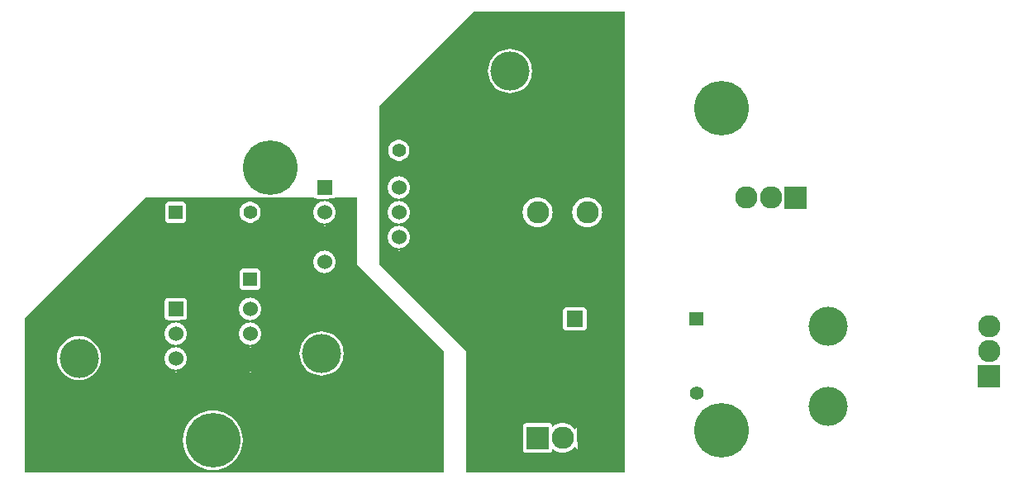
<source format=gbl>
G04 start of page 3 for group 1 idx 1 *
G04 Title: (unknown), ground *
G04 Creator: pcb 20110918 *
G04 CreationDate: Sat 16 Nov 2013 09:53:12 PM GMT UTC *
G04 For: tyrian *
G04 Format: Gerber/RS-274X *
G04 PCB-Dimensions: 800000 800000 *
G04 PCB-Coordinate-Origin: lower left *
%MOIN*%
%FSLAX25Y25*%
%LNBOTTOM*%
%ADD87C,0.0280*%
%ADD86C,0.0787*%
%ADD85C,0.0300*%
%ADD84C,0.0430*%
%ADD83C,0.1200*%
%ADD82C,0.2200*%
%ADD81C,0.0600*%
%ADD80C,0.1575*%
%ADD79C,0.0550*%
%ADD78C,0.0650*%
%ADD77C,0.0200*%
%ADD76C,0.0900*%
%ADD75C,0.0001*%
G54D75*G36*
X344325Y558675D02*X361000Y542000D01*
Y493000D01*
X344325D01*
Y532100D01*
X344339Y532099D01*
X345731Y532208D01*
X347090Y532534D01*
X348380Y533069D01*
X349571Y533799D01*
X350633Y534706D01*
X351540Y535768D01*
X352270Y536959D01*
X352805Y538249D01*
X353131Y539608D01*
X353213Y541000D01*
X353131Y542392D01*
X352805Y543751D01*
X352270Y545041D01*
X351540Y546232D01*
X350633Y547294D01*
X349571Y548201D01*
X348380Y548931D01*
X347090Y549466D01*
X345731Y549792D01*
X344339Y549901D01*
X344325Y549900D01*
Y558675D01*
G37*
G36*
X326000Y604000D02*Y577000D01*
X344325Y558675D01*
Y549900D01*
X342947Y549792D01*
X341588Y549466D01*
X340298Y548931D01*
X339107Y548201D01*
X338045Y547294D01*
X337138Y546232D01*
X336408Y545041D01*
X335873Y543751D01*
X335547Y542392D01*
X335438Y541000D01*
X335547Y539608D01*
X335873Y538249D01*
X336408Y536959D01*
X337138Y535768D01*
X338045Y534706D01*
X339107Y533799D01*
X340298Y533069D01*
X341588Y532534D01*
X342947Y532208D01*
X344325Y532100D01*
Y493000D01*
X312993D01*
Y532188D01*
X313250Y532208D01*
X314609Y532534D01*
X315899Y533069D01*
X317090Y533799D01*
X318152Y534706D01*
X319059Y535768D01*
X319789Y536959D01*
X320324Y538249D01*
X320650Y539608D01*
X320732Y541000D01*
X320650Y542392D01*
X320324Y543751D01*
X319789Y545041D01*
X319059Y546232D01*
X318152Y547294D01*
X317090Y548201D01*
X315899Y548931D01*
X314609Y549466D01*
X313250Y549792D01*
X312993Y549812D01*
Y573487D01*
X313000Y573486D01*
X313706Y573542D01*
X314395Y573707D01*
X315049Y573978D01*
X315653Y574348D01*
X316192Y574808D01*
X316652Y575347D01*
X317022Y575951D01*
X317293Y576605D01*
X317458Y577294D01*
X317500Y578000D01*
X317458Y578706D01*
X317293Y579395D01*
X317022Y580049D01*
X316652Y580653D01*
X316192Y581192D01*
X315653Y581652D01*
X315049Y582022D01*
X314395Y582293D01*
X313706Y582458D01*
X313000Y582514D01*
X312993Y582513D01*
Y583487D01*
X313000Y583486D01*
X313706Y583542D01*
X314395Y583707D01*
X315049Y583978D01*
X315653Y584348D01*
X316192Y584808D01*
X316652Y585347D01*
X317022Y585951D01*
X317293Y586605D01*
X317458Y587294D01*
X317500Y588000D01*
X317458Y588706D01*
X317293Y589395D01*
X317022Y590049D01*
X316652Y590653D01*
X316192Y591192D01*
X315653Y591652D01*
X315049Y592022D01*
X314395Y592293D01*
X313706Y592458D01*
X313000Y592514D01*
X312993Y592513D01*
Y593487D01*
X313000Y593486D01*
X313706Y593542D01*
X314395Y593707D01*
X315049Y593978D01*
X315653Y594348D01*
X316192Y594808D01*
X316652Y595347D01*
X317022Y595951D01*
X317293Y596605D01*
X317458Y597294D01*
X317500Y598000D01*
X317458Y598706D01*
X317293Y599395D01*
X317022Y600049D01*
X316652Y600653D01*
X316192Y601192D01*
X315653Y601652D01*
X315049Y602022D01*
X314395Y602293D01*
X313706Y602458D01*
X313000Y602514D01*
X312993Y602513D01*
Y603507D01*
X316235Y603514D01*
X316465Y603569D01*
X316683Y603659D01*
X316884Y603783D01*
X317064Y603936D01*
X317119Y604000D01*
X326000D01*
G37*
G36*
X312993Y493000D02*X283000D01*
Y524486D01*
X283706Y524542D01*
X284395Y524707D01*
X285049Y524978D01*
X285653Y525348D01*
X286192Y525808D01*
X286652Y526347D01*
X287022Y526951D01*
X287293Y527605D01*
X287458Y528294D01*
X287500Y529000D01*
X287458Y529706D01*
X287293Y530395D01*
X287022Y531049D01*
X286652Y531653D01*
X286192Y532192D01*
X285653Y532652D01*
X285049Y533022D01*
X284395Y533293D01*
X283706Y533458D01*
X283000Y533514D01*
Y534486D01*
X283706Y534542D01*
X284395Y534707D01*
X285049Y534978D01*
X285653Y535348D01*
X286192Y535808D01*
X286652Y536347D01*
X287022Y536951D01*
X287293Y537605D01*
X287458Y538294D01*
X287500Y539000D01*
X287458Y539706D01*
X287293Y540395D01*
X287022Y541049D01*
X286652Y541653D01*
X286192Y542192D01*
X285653Y542652D01*
X285049Y543022D01*
X284395Y543293D01*
X283706Y543458D01*
X283000Y543514D01*
Y544486D01*
X283706Y544542D01*
X284395Y544707D01*
X285049Y544978D01*
X285653Y545348D01*
X286192Y545808D01*
X286652Y546347D01*
X287022Y546951D01*
X287293Y547605D01*
X287458Y548294D01*
X287500Y549000D01*
X287458Y549706D01*
X287293Y550395D01*
X287022Y551049D01*
X286652Y551653D01*
X286192Y552192D01*
X285653Y552652D01*
X285049Y553022D01*
X284395Y553293D01*
X283706Y553458D01*
X283000Y553514D01*
Y554486D01*
X283706Y554542D01*
X284395Y554707D01*
X285049Y554978D01*
X285653Y555348D01*
X286192Y555808D01*
X286652Y556347D01*
X287022Y556951D01*
X287293Y557605D01*
X287458Y558294D01*
X287500Y559000D01*
X287458Y559706D01*
X287293Y560395D01*
X287022Y561049D01*
X286652Y561653D01*
X286192Y562192D01*
X285653Y562652D01*
X285049Y563022D01*
X284395Y563293D01*
X283706Y563458D01*
X283000Y563514D01*
Y566757D01*
X285985Y566764D01*
X286215Y566819D01*
X286433Y566909D01*
X286634Y567033D01*
X286814Y567186D01*
X286967Y567366D01*
X287091Y567567D01*
X287181Y567785D01*
X287236Y568015D01*
X287250Y568250D01*
X287236Y573985D01*
X287181Y574215D01*
X287091Y574433D01*
X286967Y574634D01*
X286814Y574814D01*
X286634Y574967D01*
X286433Y575091D01*
X286215Y575181D01*
X285985Y575236D01*
X285750Y575250D01*
X283000Y575243D01*
Y593737D01*
X283667Y593789D01*
X284317Y593946D01*
X284935Y594202D01*
X285506Y594551D01*
X286014Y594986D01*
X286449Y595494D01*
X286798Y596065D01*
X287054Y596683D01*
X287211Y597333D01*
X287250Y598000D01*
X287211Y598667D01*
X287054Y599317D01*
X286798Y599935D01*
X286449Y600506D01*
X286014Y601014D01*
X285506Y601449D01*
X284935Y601798D01*
X284317Y602054D01*
X283667Y602211D01*
X283000Y602263D01*
Y604000D01*
X290530D01*
X291000Y603963D01*
X291470Y604000D01*
X308881D01*
X308936Y603936D01*
X309116Y603783D01*
X309317Y603659D01*
X309535Y603569D01*
X309765Y603514D01*
X310000Y603500D01*
X312993Y603507D01*
Y602513D01*
X312294Y602458D01*
X311605Y602293D01*
X310951Y602022D01*
X310347Y601652D01*
X309808Y601192D01*
X309348Y600653D01*
X308978Y600049D01*
X308707Y599395D01*
X308542Y598706D01*
X308486Y598000D01*
X308542Y597294D01*
X308707Y596605D01*
X308978Y595951D01*
X309348Y595347D01*
X309808Y594808D01*
X310347Y594348D01*
X310951Y593978D01*
X311605Y593707D01*
X312294Y593542D01*
X312993Y593487D01*
Y592513D01*
X312294Y592458D01*
X311605Y592293D01*
X310951Y592022D01*
X310347Y591652D01*
X309808Y591192D01*
X309348Y590653D01*
X308978Y590049D01*
X308707Y589395D01*
X308542Y588706D01*
X308486Y588000D01*
X308542Y587294D01*
X308707Y586605D01*
X308978Y585951D01*
X309348Y585347D01*
X309808Y584808D01*
X310347Y584348D01*
X310951Y583978D01*
X311605Y583707D01*
X312294Y583542D01*
X312993Y583487D01*
Y582513D01*
X312294Y582458D01*
X311605Y582293D01*
X310951Y582022D01*
X310347Y581652D01*
X309808Y581192D01*
X309348Y580653D01*
X308978Y580049D01*
X308707Y579395D01*
X308542Y578706D01*
X308486Y578000D01*
X308542Y577294D01*
X308707Y576605D01*
X308978Y575951D01*
X309348Y575347D01*
X309808Y574808D01*
X310347Y574348D01*
X310951Y573978D01*
X311605Y573707D01*
X312294Y573542D01*
X312993Y573487D01*
Y549812D01*
X311858Y549901D01*
X310466Y549792D01*
X309107Y549466D01*
X307817Y548931D01*
X306626Y548201D01*
X305564Y547294D01*
X304657Y546232D01*
X303927Y545041D01*
X303392Y543751D01*
X303066Y542392D01*
X302957Y541000D01*
X303066Y539608D01*
X303392Y538249D01*
X303927Y536959D01*
X304657Y535768D01*
X305564Y534706D01*
X306626Y533799D01*
X307817Y533069D01*
X309107Y532534D01*
X310466Y532208D01*
X311858Y532099D01*
X312993Y532188D01*
Y493000D01*
G37*
G36*
X283000D02*X272993D01*
Y495080D01*
X273465Y495275D01*
X275075Y496262D01*
X276511Y497489D01*
X277738Y498925D01*
X278725Y500535D01*
X279448Y502280D01*
X279889Y504117D01*
X280000Y506000D01*
X279889Y507883D01*
X279448Y509720D01*
X278725Y511465D01*
X277738Y513075D01*
X276511Y514511D01*
X275075Y515738D01*
X273465Y516725D01*
X272993Y516920D01*
Y566737D01*
X273000Y566737D01*
X273667Y566789D01*
X274317Y566946D01*
X274935Y567202D01*
X275506Y567551D01*
X276014Y567986D01*
X276449Y568494D01*
X276798Y569065D01*
X277054Y569683D01*
X277211Y570333D01*
X277250Y571000D01*
X277211Y571667D01*
X277054Y572317D01*
X276798Y572935D01*
X276449Y573506D01*
X276014Y574014D01*
X275506Y574449D01*
X274935Y574798D01*
X274317Y575054D01*
X273667Y575211D01*
X273000Y575263D01*
X272993Y575263D01*
Y604000D01*
X283000D01*
Y602263D01*
X282333Y602211D01*
X281683Y602054D01*
X281065Y601798D01*
X280494Y601449D01*
X279986Y601014D01*
X279551Y600506D01*
X279202Y599935D01*
X278946Y599317D01*
X278789Y598667D01*
X278737Y598000D01*
X278789Y597333D01*
X278946Y596683D01*
X279202Y596065D01*
X279551Y595494D01*
X279986Y594986D01*
X280494Y594551D01*
X281065Y594202D01*
X281683Y593946D01*
X282333Y593789D01*
X283000Y593737D01*
Y575243D01*
X280015Y575236D01*
X279785Y575181D01*
X279567Y575091D01*
X279366Y574967D01*
X279186Y574814D01*
X279033Y574634D01*
X278909Y574433D01*
X278819Y574215D01*
X278764Y573985D01*
X278750Y573750D01*
X278764Y568015D01*
X278819Y567785D01*
X278909Y567567D01*
X279033Y567366D01*
X279186Y567186D01*
X279366Y567033D01*
X279567Y566909D01*
X279785Y566819D01*
X280015Y566764D01*
X280250Y566750D01*
X283000Y566757D01*
Y563514D01*
X282294Y563458D01*
X281605Y563293D01*
X280951Y563022D01*
X280347Y562652D01*
X279808Y562192D01*
X279348Y561653D01*
X278978Y561049D01*
X278707Y560395D01*
X278542Y559706D01*
X278486Y559000D01*
X278542Y558294D01*
X278707Y557605D01*
X278978Y556951D01*
X279348Y556347D01*
X279808Y555808D01*
X280347Y555348D01*
X280951Y554978D01*
X281605Y554707D01*
X282294Y554542D01*
X283000Y554486D01*
Y553514D01*
X282294Y553458D01*
X281605Y553293D01*
X280951Y553022D01*
X280347Y552652D01*
X279808Y552192D01*
X279348Y551653D01*
X278978Y551049D01*
X278707Y550395D01*
X278542Y549706D01*
X278486Y549000D01*
X278542Y548294D01*
X278707Y547605D01*
X278978Y546951D01*
X279348Y546347D01*
X279808Y545808D01*
X280347Y545348D01*
X280951Y544978D01*
X281605Y544707D01*
X282294Y544542D01*
X283000Y544486D01*
Y543514D01*
X282294Y543458D01*
X281605Y543293D01*
X280951Y543022D01*
X280347Y542652D01*
X279808Y542192D01*
X279348Y541653D01*
X278978Y541049D01*
X278707Y540395D01*
X278542Y539706D01*
X278486Y539000D01*
X278542Y538294D01*
X278707Y537605D01*
X278978Y536951D01*
X279348Y536347D01*
X279808Y535808D01*
X280347Y535348D01*
X280951Y534978D01*
X281605Y534707D01*
X282294Y534542D01*
X283000Y534486D01*
Y533514D01*
X282294Y533458D01*
X281605Y533293D01*
X280951Y533022D01*
X280347Y532652D01*
X279808Y532192D01*
X279348Y531653D01*
X278978Y531049D01*
X278707Y530395D01*
X278542Y529706D01*
X278486Y529000D01*
X278542Y528294D01*
X278707Y527605D01*
X278978Y526951D01*
X279348Y526347D01*
X279808Y525808D01*
X280347Y525348D01*
X280951Y524978D01*
X281605Y524707D01*
X282294Y524542D01*
X283000Y524486D01*
Y493000D01*
G37*
G36*
X272993Y516920D02*X271720Y517448D01*
X269883Y517889D01*
X268000Y518037D01*
X267981Y518036D01*
Y604000D01*
X272993D01*
Y575263D01*
X272333Y575211D01*
X271683Y575054D01*
X271065Y574798D01*
X270494Y574449D01*
X269986Y574014D01*
X269551Y573506D01*
X269202Y572935D01*
X268946Y572317D01*
X268789Y571667D01*
X268737Y571000D01*
X268789Y570333D01*
X268946Y569683D01*
X269202Y569065D01*
X269551Y568494D01*
X269986Y567986D01*
X270494Y567551D01*
X271065Y567202D01*
X271683Y566946D01*
X272333Y566789D01*
X272993Y566737D01*
Y516920D01*
G37*
G36*
Y493000D02*X267981D01*
Y493964D01*
X268000Y493963D01*
X269883Y494111D01*
X271720Y494552D01*
X272993Y495080D01*
Y493000D01*
G37*
G36*
X267981D02*X253000D01*
Y524486D01*
X253706Y524542D01*
X254395Y524707D01*
X255049Y524978D01*
X255653Y525348D01*
X256192Y525808D01*
X256652Y526347D01*
X257022Y526951D01*
X257293Y527605D01*
X257458Y528294D01*
X257500Y529000D01*
X257458Y529706D01*
X257293Y530395D01*
X257022Y531049D01*
X256652Y531653D01*
X256192Y532192D01*
X255653Y532652D01*
X255049Y533022D01*
X254395Y533293D01*
X253706Y533458D01*
X253000Y533514D01*
Y534486D01*
X253706Y534542D01*
X254395Y534707D01*
X255049Y534978D01*
X255653Y535348D01*
X256192Y535808D01*
X256652Y536347D01*
X257022Y536951D01*
X257293Y537605D01*
X257458Y538294D01*
X257500Y539000D01*
X257458Y539706D01*
X257293Y540395D01*
X257022Y541049D01*
X256652Y541653D01*
X256192Y542192D01*
X255653Y542652D01*
X255049Y543022D01*
X254395Y543293D01*
X253706Y543458D01*
X253000Y543514D01*
Y544486D01*
X253706Y544542D01*
X254395Y544707D01*
X255049Y544978D01*
X255653Y545348D01*
X256192Y545808D01*
X256652Y546347D01*
X257022Y546951D01*
X257293Y547605D01*
X257458Y548294D01*
X257500Y549000D01*
X257458Y549706D01*
X257293Y550395D01*
X257022Y551049D01*
X256652Y551653D01*
X256192Y552192D01*
X255653Y552652D01*
X255049Y553022D01*
X254395Y553293D01*
X253706Y553458D01*
X253000Y553514D01*
Y554507D01*
X256235Y554514D01*
X256465Y554569D01*
X256683Y554659D01*
X256884Y554783D01*
X257064Y554936D01*
X257217Y555116D01*
X257341Y555317D01*
X257431Y555535D01*
X257486Y555765D01*
X257500Y556000D01*
X257486Y562235D01*
X257431Y562465D01*
X257341Y562683D01*
X257217Y562884D01*
X257064Y563064D01*
X256884Y563217D01*
X256683Y563341D01*
X256465Y563431D01*
X256235Y563486D01*
X256000Y563500D01*
X253000Y563493D01*
Y593757D01*
X255985Y593764D01*
X256215Y593819D01*
X256433Y593909D01*
X256634Y594033D01*
X256814Y594186D01*
X256967Y594366D01*
X257091Y594567D01*
X257181Y594785D01*
X257236Y595015D01*
X257250Y595250D01*
X257236Y600985D01*
X257181Y601215D01*
X257091Y601433D01*
X256967Y601634D01*
X256814Y601814D01*
X256634Y601967D01*
X256433Y602091D01*
X256215Y602181D01*
X255985Y602236D01*
X255750Y602250D01*
X253000Y602243D01*
Y604000D01*
X267981D01*
Y518036D01*
X266117Y517889D01*
X264280Y517448D01*
X262535Y516725D01*
X260925Y515738D01*
X259489Y514511D01*
X258262Y513075D01*
X257275Y511465D01*
X256552Y509720D01*
X256111Y507883D01*
X255963Y506000D01*
X256111Y504117D01*
X256552Y502280D01*
X257275Y500535D01*
X258262Y498925D01*
X259489Y497489D01*
X260925Y496262D01*
X262535Y495275D01*
X264280Y494552D01*
X266117Y494111D01*
X267981Y493964D01*
Y493000D01*
G37*
G36*
X253000D02*X213986D01*
Y497761D01*
X214000Y497760D01*
X215392Y497869D01*
X216751Y498195D01*
X218041Y498730D01*
X219232Y499460D01*
X220294Y500367D01*
X221201Y501429D01*
X221931Y502620D01*
X222466Y503910D01*
X222792Y505269D01*
X222874Y506661D01*
X222792Y508053D01*
X222466Y509412D01*
X221931Y510702D01*
X221201Y511893D01*
X220294Y512955D01*
X219232Y513862D01*
X218041Y514592D01*
X216751Y515127D01*
X215392Y515453D01*
X214000Y515562D01*
X213986Y515561D01*
Y530242D01*
X214000Y530241D01*
X215392Y530350D01*
X216751Y530676D01*
X218041Y531211D01*
X219232Y531941D01*
X220294Y532848D01*
X221201Y533910D01*
X221931Y535101D01*
X222466Y536391D01*
X222792Y537750D01*
X222874Y539142D01*
X222792Y540534D01*
X222466Y541893D01*
X221931Y543183D01*
X221201Y544374D01*
X220294Y545436D01*
X219232Y546343D01*
X218041Y547073D01*
X216751Y547608D01*
X215392Y547934D01*
X214000Y548043D01*
X213986Y548042D01*
Y576986D01*
X241000Y604000D01*
X253000D01*
Y602243D01*
X250015Y602236D01*
X249785Y602181D01*
X249567Y602091D01*
X249366Y601967D01*
X249186Y601814D01*
X249033Y601634D01*
X248909Y601433D01*
X248819Y601215D01*
X248764Y600985D01*
X248750Y600750D01*
X248764Y595015D01*
X248819Y594785D01*
X248909Y594567D01*
X249033Y594366D01*
X249186Y594186D01*
X249366Y594033D01*
X249567Y593909D01*
X249785Y593819D01*
X250015Y593764D01*
X250250Y593750D01*
X253000Y593757D01*
Y563493D01*
X249765Y563486D01*
X249535Y563431D01*
X249317Y563341D01*
X249116Y563217D01*
X248936Y563064D01*
X248783Y562884D01*
X248659Y562683D01*
X248569Y562465D01*
X248514Y562235D01*
X248500Y562000D01*
X248514Y555765D01*
X248569Y555535D01*
X248659Y555317D01*
X248783Y555116D01*
X248936Y554936D01*
X249116Y554783D01*
X249317Y554659D01*
X249535Y554569D01*
X249765Y554514D01*
X250000Y554500D01*
X253000Y554507D01*
Y553514D01*
X252294Y553458D01*
X251605Y553293D01*
X250951Y553022D01*
X250347Y552652D01*
X249808Y552192D01*
X249348Y551653D01*
X248978Y551049D01*
X248707Y550395D01*
X248542Y549706D01*
X248486Y549000D01*
X248542Y548294D01*
X248707Y547605D01*
X248978Y546951D01*
X249348Y546347D01*
X249808Y545808D01*
X250347Y545348D01*
X250951Y544978D01*
X251605Y544707D01*
X252294Y544542D01*
X253000Y544486D01*
Y543514D01*
X252294Y543458D01*
X251605Y543293D01*
X250951Y543022D01*
X250347Y542652D01*
X249808Y542192D01*
X249348Y541653D01*
X248978Y541049D01*
X248707Y540395D01*
X248542Y539706D01*
X248486Y539000D01*
X248542Y538294D01*
X248707Y537605D01*
X248978Y536951D01*
X249348Y536347D01*
X249808Y535808D01*
X250347Y535348D01*
X250951Y534978D01*
X251605Y534707D01*
X252294Y534542D01*
X253000Y534486D01*
Y533514D01*
X252294Y533458D01*
X251605Y533293D01*
X250951Y533022D01*
X250347Y532652D01*
X249808Y532192D01*
X249348Y531653D01*
X248978Y531049D01*
X248707Y530395D01*
X248542Y529706D01*
X248486Y529000D01*
X248542Y528294D01*
X248707Y527605D01*
X248978Y526951D01*
X249348Y526347D01*
X249808Y525808D01*
X250347Y525348D01*
X250951Y524978D01*
X251605Y524707D01*
X252294Y524542D01*
X253000Y524486D01*
Y493000D01*
G37*
G36*
X213986D02*X192000D01*
Y555000D01*
X213986Y576986D01*
Y548042D01*
X212608Y547934D01*
X211249Y547608D01*
X209959Y547073D01*
X208768Y546343D01*
X207706Y545436D01*
X206799Y544374D01*
X206069Y543183D01*
X205534Y541893D01*
X205208Y540534D01*
X205099Y539142D01*
X205208Y537750D01*
X205534Y536391D01*
X206069Y535101D01*
X206799Y533910D01*
X207706Y532848D01*
X208768Y531941D01*
X209959Y531211D01*
X211249Y530676D01*
X212608Y530350D01*
X213986Y530242D01*
Y515561D01*
X212608Y515453D01*
X211249Y515127D01*
X209959Y514592D01*
X208768Y513862D01*
X207706Y512955D01*
X206799Y511893D01*
X206069Y510702D01*
X205534Y509412D01*
X205208Y508053D01*
X205099Y506661D01*
X205208Y505269D01*
X205534Y503910D01*
X206069Y502620D01*
X206799Y501429D01*
X207706Y500367D01*
X208768Y499460D01*
X209959Y498730D01*
X211249Y498195D01*
X212608Y497869D01*
X213986Y497761D01*
Y493000D01*
G37*
G36*
X434000Y679000D02*Y493000D01*
X414000D01*
Y503676D01*
X414131Y503462D01*
X414744Y502744D01*
X415462Y502131D01*
X416268Y501637D01*
X417140Y501276D01*
X418058Y501056D01*
X419000Y500981D01*
X419942Y501056D01*
X420860Y501276D01*
X421732Y501637D01*
X422538Y502131D01*
X423256Y502744D01*
X423869Y503462D01*
X424363Y504268D01*
X424724Y505140D01*
X424944Y506058D01*
X425000Y507000D01*
X424944Y507942D01*
X424724Y508860D01*
X424363Y509732D01*
X423869Y510538D01*
X423256Y511256D01*
X422538Y511869D01*
X421732Y512363D01*
X420860Y512724D01*
X419942Y512944D01*
X419000Y513019D01*
X418058Y512944D01*
X417140Y512724D01*
X416268Y512363D01*
X415462Y511869D01*
X414744Y511256D01*
X414131Y510538D01*
X414000Y510324D01*
Y550257D01*
X417485Y550264D01*
X417715Y550319D01*
X417933Y550409D01*
X418134Y550533D01*
X418314Y550686D01*
X418467Y550866D01*
X418591Y551067D01*
X418681Y551285D01*
X418736Y551515D01*
X418750Y551750D01*
X418736Y558485D01*
X418681Y558715D01*
X418591Y558933D01*
X418467Y559134D01*
X418314Y559314D01*
X418134Y559467D01*
X417933Y559591D01*
X417715Y559681D01*
X417485Y559736D01*
X417250Y559750D01*
X414000Y559743D01*
Y594676D01*
X414131Y594462D01*
X414744Y593744D01*
X415462Y593131D01*
X416268Y592637D01*
X417140Y592276D01*
X418058Y592056D01*
X419000Y591981D01*
X419942Y592056D01*
X420860Y592276D01*
X421732Y592637D01*
X422538Y593131D01*
X423256Y593744D01*
X423869Y594462D01*
X424363Y595268D01*
X424724Y596140D01*
X424944Y597058D01*
X425000Y598000D01*
X424944Y598942D01*
X424724Y599860D01*
X424363Y600732D01*
X423869Y601538D01*
X423256Y602256D01*
X422538Y602869D01*
X421732Y603363D01*
X420860Y603724D01*
X419942Y603944D01*
X419000Y604019D01*
X418058Y603944D01*
X417140Y603724D01*
X416268Y603363D01*
X415462Y602869D01*
X414744Y602256D01*
X414131Y601538D01*
X414000Y601324D01*
Y648758D01*
X414045Y648706D01*
X415107Y647799D01*
X416298Y647069D01*
X417588Y646534D01*
X418947Y646208D01*
X420339Y646099D01*
X421731Y646208D01*
X423090Y646534D01*
X424380Y647069D01*
X425571Y647799D01*
X426633Y648706D01*
X427540Y649768D01*
X428270Y650959D01*
X428805Y652249D01*
X429131Y653608D01*
X429213Y655000D01*
X429131Y656392D01*
X428805Y657751D01*
X428270Y659041D01*
X427540Y660232D01*
X426633Y661294D01*
X425571Y662201D01*
X424380Y662931D01*
X423090Y663466D01*
X421731Y663792D01*
X420339Y663901D01*
X418947Y663792D01*
X417588Y663466D01*
X416298Y662931D01*
X415107Y662201D01*
X414045Y661294D01*
X414000Y661242D01*
Y679000D01*
X434000D01*
G37*
G36*
X403993D02*X414000D01*
Y661242D01*
X413138Y660232D01*
X412408Y659041D01*
X411873Y657751D01*
X411547Y656392D01*
X411438Y655000D01*
X411547Y653608D01*
X411873Y652249D01*
X412408Y650959D01*
X413138Y649768D01*
X414000Y648758D01*
Y601324D01*
X413637Y600732D01*
X413276Y599860D01*
X413056Y598942D01*
X412981Y598000D01*
X413056Y597058D01*
X413276Y596140D01*
X413637Y595268D01*
X414000Y594676D01*
Y559743D01*
X410515Y559736D01*
X410285Y559681D01*
X410067Y559591D01*
X409866Y559467D01*
X409686Y559314D01*
X409533Y559134D01*
X409409Y558933D01*
X409319Y558715D01*
X409264Y558485D01*
X409250Y558250D01*
X409264Y551515D01*
X409319Y551285D01*
X409409Y551067D01*
X409533Y550866D01*
X409686Y550686D01*
X409866Y550533D01*
X410067Y550409D01*
X410285Y550319D01*
X410515Y550264D01*
X410750Y550250D01*
X414000Y550257D01*
Y510324D01*
X413869Y510538D01*
X413256Y511256D01*
X412538Y511869D01*
X411732Y512363D01*
X410860Y512724D01*
X409942Y512944D01*
X409000Y513019D01*
X408058Y512944D01*
X407140Y512724D01*
X406268Y512363D01*
X405462Y511869D01*
X404987Y511463D01*
X404986Y511735D01*
X404931Y511965D01*
X404841Y512183D01*
X404717Y512384D01*
X404564Y512564D01*
X404384Y512717D01*
X404183Y512841D01*
X403993Y512920D01*
Y550236D01*
X404000Y550235D01*
X404745Y550294D01*
X405472Y550469D01*
X406163Y550755D01*
X406801Y551145D01*
X407369Y551631D01*
X407855Y552199D01*
X408245Y552837D01*
X408531Y553528D01*
X408706Y554255D01*
X408750Y555000D01*
X408706Y555745D01*
X408531Y556472D01*
X408245Y557163D01*
X407855Y557801D01*
X407369Y558369D01*
X406801Y558855D01*
X406163Y559245D01*
X405472Y559531D01*
X404745Y559706D01*
X404000Y559765D01*
X403993Y559764D01*
Y594664D01*
X404363Y595268D01*
X404724Y596140D01*
X404944Y597058D01*
X405000Y598000D01*
X404944Y598942D01*
X404724Y599860D01*
X404363Y600732D01*
X403993Y601336D01*
Y679000D01*
G37*
G36*
X414000Y493000D02*X403993D01*
Y501080D01*
X404183Y501159D01*
X404384Y501283D01*
X404564Y501436D01*
X404717Y501616D01*
X404841Y501817D01*
X404931Y502035D01*
X404986Y502265D01*
X405000Y502500D01*
X405000Y502526D01*
X405462Y502131D01*
X406268Y501637D01*
X407140Y501276D01*
X408058Y501056D01*
X409000Y500981D01*
X409942Y501056D01*
X410860Y501276D01*
X411732Y501637D01*
X412538Y502131D01*
X413256Y502744D01*
X413869Y503462D01*
X414000Y503676D01*
Y493000D01*
G37*
G36*
X403993D02*X387844D01*
Y646100D01*
X387858Y646099D01*
X389250Y646208D01*
X390609Y646534D01*
X391899Y647069D01*
X393090Y647799D01*
X394152Y648706D01*
X395059Y649768D01*
X395789Y650959D01*
X396324Y652249D01*
X396650Y653608D01*
X396732Y655000D01*
X396650Y656392D01*
X396324Y657751D01*
X395789Y659041D01*
X395059Y660232D01*
X394152Y661294D01*
X393090Y662201D01*
X391899Y662931D01*
X390609Y663466D01*
X389250Y663792D01*
X387858Y663901D01*
X387844Y663900D01*
Y679000D01*
X403993D01*
Y601336D01*
X403869Y601538D01*
X403256Y602256D01*
X402538Y602869D01*
X401732Y603363D01*
X400860Y603724D01*
X399942Y603944D01*
X399000Y604019D01*
X398058Y603944D01*
X397140Y603724D01*
X396268Y603363D01*
X395462Y602869D01*
X394744Y602256D01*
X394131Y601538D01*
X393637Y600732D01*
X393276Y599860D01*
X393056Y598942D01*
X392981Y598000D01*
X393056Y597058D01*
X393276Y596140D01*
X393637Y595268D01*
X394131Y594462D01*
X394744Y593744D01*
X395462Y593131D01*
X396268Y592637D01*
X397140Y592276D01*
X398058Y592056D01*
X399000Y591981D01*
X399942Y592056D01*
X400860Y592276D01*
X401732Y592637D01*
X402538Y593131D01*
X403256Y593744D01*
X403869Y594462D01*
X403993Y594664D01*
Y559764D01*
X403255Y559706D01*
X402528Y559531D01*
X401837Y559245D01*
X401199Y558855D01*
X400631Y558369D01*
X400145Y557801D01*
X399755Y557163D01*
X399469Y556472D01*
X399294Y555745D01*
X399235Y555000D01*
X399294Y554255D01*
X399469Y553528D01*
X399755Y552837D01*
X400145Y552199D01*
X400631Y551631D01*
X401199Y551145D01*
X401837Y550755D01*
X402528Y550469D01*
X403255Y550294D01*
X403993Y550236D01*
Y512920D01*
X403965Y512931D01*
X403735Y512986D01*
X403500Y513000D01*
X394265Y512986D01*
X394035Y512931D01*
X393817Y512841D01*
X393616Y512717D01*
X393436Y512564D01*
X393283Y512384D01*
X393159Y512183D01*
X393069Y511965D01*
X393014Y511735D01*
X393000Y511500D01*
X393014Y502265D01*
X393069Y502035D01*
X393159Y501817D01*
X393283Y501616D01*
X393436Y501436D01*
X393616Y501283D01*
X393817Y501159D01*
X394035Y501069D01*
X394265Y501014D01*
X394500Y501000D01*
X403735Y501014D01*
X403965Y501069D01*
X403993Y501080D01*
Y493000D01*
G37*
G36*
X387844D02*X370000D01*
Y542000D01*
X353000Y559000D01*
Y618757D01*
X355985Y618764D01*
X356215Y618819D01*
X356433Y618909D01*
X356634Y619033D01*
X356814Y619186D01*
X356967Y619366D01*
X357091Y619567D01*
X357181Y619785D01*
X357236Y620015D01*
X357250Y620250D01*
X357236Y625985D01*
X357181Y626215D01*
X357091Y626433D01*
X356967Y626634D01*
X356814Y626814D01*
X356634Y626967D01*
X356433Y627091D01*
X356215Y627181D01*
X355985Y627236D01*
X355750Y627250D01*
X353000Y627243D01*
Y659000D01*
X373000Y679000D01*
X387844D01*
Y663900D01*
X386466Y663792D01*
X385107Y663466D01*
X383817Y662931D01*
X382626Y662201D01*
X381564Y661294D01*
X380657Y660232D01*
X379927Y659041D01*
X379392Y657751D01*
X379066Y656392D01*
X378957Y655000D01*
X379066Y653608D01*
X379392Y652249D01*
X379927Y650959D01*
X380657Y649768D01*
X381564Y648706D01*
X382626Y647799D01*
X383817Y647069D01*
X385107Y646534D01*
X386466Y646208D01*
X387844Y646100D01*
Y493000D01*
G37*
G36*
X353000Y559000D02*X342993Y569007D01*
Y573487D01*
X343000Y573486D01*
X343706Y573542D01*
X344395Y573707D01*
X345049Y573978D01*
X345653Y574348D01*
X346192Y574808D01*
X346652Y575347D01*
X347022Y575951D01*
X347293Y576605D01*
X347458Y577294D01*
X347500Y578000D01*
X347458Y578706D01*
X347293Y579395D01*
X347022Y580049D01*
X346652Y580653D01*
X346192Y581192D01*
X345653Y581652D01*
X345049Y582022D01*
X344395Y582293D01*
X343706Y582458D01*
X343000Y582514D01*
X342993Y582513D01*
Y583487D01*
X343000Y583486D01*
X343706Y583542D01*
X344395Y583707D01*
X345049Y583978D01*
X345653Y584348D01*
X346192Y584808D01*
X346652Y585347D01*
X347022Y585951D01*
X347293Y586605D01*
X347458Y587294D01*
X347500Y588000D01*
X347458Y588706D01*
X347293Y589395D01*
X347022Y590049D01*
X346652Y590653D01*
X346192Y591192D01*
X345653Y591652D01*
X345049Y592022D01*
X344395Y592293D01*
X343706Y592458D01*
X343000Y592514D01*
X342993Y592513D01*
Y593487D01*
X343000Y593486D01*
X343706Y593542D01*
X344395Y593707D01*
X345049Y593978D01*
X345653Y594348D01*
X346192Y594808D01*
X346652Y595347D01*
X347022Y595951D01*
X347293Y596605D01*
X347458Y597294D01*
X347500Y598000D01*
X347458Y598706D01*
X347293Y599395D01*
X347022Y600049D01*
X346652Y600653D01*
X346192Y601192D01*
X345653Y601652D01*
X345049Y602022D01*
X344395Y602293D01*
X343706Y602458D01*
X343000Y602514D01*
X342993Y602513D01*
Y603487D01*
X343000Y603486D01*
X343706Y603542D01*
X344395Y603707D01*
X345049Y603978D01*
X345653Y604348D01*
X346192Y604808D01*
X346652Y605347D01*
X347022Y605951D01*
X347293Y606605D01*
X347458Y607294D01*
X347500Y608000D01*
X347458Y608706D01*
X347293Y609395D01*
X347022Y610049D01*
X346652Y610653D01*
X346192Y611192D01*
X345653Y611652D01*
X345049Y612022D01*
X344395Y612293D01*
X343706Y612458D01*
X343000Y612514D01*
X342993Y612513D01*
Y618737D01*
X343000Y618737D01*
X343667Y618789D01*
X344317Y618946D01*
X344935Y619202D01*
X345506Y619551D01*
X346014Y619986D01*
X346449Y620494D01*
X346798Y621065D01*
X347054Y621683D01*
X347211Y622333D01*
X347250Y623000D01*
X347211Y623667D01*
X347054Y624317D01*
X346798Y624935D01*
X346449Y625506D01*
X346014Y626014D01*
X345506Y626449D01*
X344935Y626798D01*
X344317Y627054D01*
X343667Y627211D01*
X343000Y627263D01*
X342993Y627263D01*
Y648993D01*
X353000Y659000D01*
Y627243D01*
X350015Y627236D01*
X349785Y627181D01*
X349567Y627091D01*
X349366Y626967D01*
X349186Y626814D01*
X349033Y626634D01*
X348909Y626433D01*
X348819Y626215D01*
X348764Y625985D01*
X348750Y625750D01*
X348764Y620015D01*
X348819Y619785D01*
X348909Y619567D01*
X349033Y619366D01*
X349186Y619186D01*
X349366Y619033D01*
X349567Y618909D01*
X349785Y618819D01*
X350015Y618764D01*
X350250Y618750D01*
X353000Y618757D01*
Y559000D01*
G37*
G36*
X342993Y569007D02*X335000Y577000D01*
Y641000D01*
X342993Y648993D01*
Y627263D01*
X342333Y627211D01*
X341683Y627054D01*
X341065Y626798D01*
X340494Y626449D01*
X339986Y626014D01*
X339551Y625506D01*
X339202Y624935D01*
X338946Y624317D01*
X338789Y623667D01*
X338737Y623000D01*
X338789Y622333D01*
X338946Y621683D01*
X339202Y621065D01*
X339551Y620494D01*
X339986Y619986D01*
X340494Y619551D01*
X341065Y619202D01*
X341683Y618946D01*
X342333Y618789D01*
X342993Y618737D01*
Y612513D01*
X342294Y612458D01*
X341605Y612293D01*
X340951Y612022D01*
X340347Y611652D01*
X339808Y611192D01*
X339348Y610653D01*
X338978Y610049D01*
X338707Y609395D01*
X338542Y608706D01*
X338486Y608000D01*
X338542Y607294D01*
X338707Y606605D01*
X338978Y605951D01*
X339348Y605347D01*
X339808Y604808D01*
X340347Y604348D01*
X340951Y603978D01*
X341605Y603707D01*
X342294Y603542D01*
X342993Y603487D01*
Y602513D01*
X342294Y602458D01*
X341605Y602293D01*
X340951Y602022D01*
X340347Y601652D01*
X339808Y601192D01*
X339348Y600653D01*
X338978Y600049D01*
X338707Y599395D01*
X338542Y598706D01*
X338486Y598000D01*
X338542Y597294D01*
X338707Y596605D01*
X338978Y595951D01*
X339348Y595347D01*
X339808Y594808D01*
X340347Y594348D01*
X340951Y593978D01*
X341605Y593707D01*
X342294Y593542D01*
X342993Y593487D01*
Y592513D01*
X342294Y592458D01*
X341605Y592293D01*
X340951Y592022D01*
X340347Y591652D01*
X339808Y591192D01*
X339348Y590653D01*
X338978Y590049D01*
X338707Y589395D01*
X338542Y588706D01*
X338486Y588000D01*
X338542Y587294D01*
X338707Y586605D01*
X338978Y585951D01*
X339348Y585347D01*
X339808Y584808D01*
X340347Y584348D01*
X340951Y583978D01*
X341605Y583707D01*
X342294Y583542D01*
X342993Y583487D01*
Y582513D01*
X342294Y582458D01*
X341605Y582293D01*
X340951Y582022D01*
X340347Y581652D01*
X339808Y581192D01*
X339348Y580653D01*
X338978Y580049D01*
X338707Y579395D01*
X338542Y578706D01*
X338486Y578000D01*
X338542Y577294D01*
X338707Y576605D01*
X338978Y575951D01*
X339348Y575347D01*
X339808Y574808D01*
X340347Y574348D01*
X340951Y573978D01*
X341605Y573707D01*
X342294Y573542D01*
X342993Y573487D01*
Y569007D01*
G37*
G54D76*X253000Y529000D02*X248000D01*
X255000D01*
X283000D02*X278000D01*
X287000D01*
X283000Y539000D02*X277000D01*
X288000D01*
X273000Y571000D02*Y577000D01*
Y567000D01*
X313000Y588000D02*X307000D01*
X317000D01*
X354000Y541000D02*X345000Y550000D01*
X343000D02*X336000Y543000D01*
Y542000D01*
X347000Y531000D01*
X351000Y535000D01*
Y541000D01*
X343000Y578000D02*X341000D01*
X346000D01*
X213000Y515000D02*X205000Y507000D01*
Y506000D01*
X212000Y499000D01*
X214000Y506661D02*X214339Y507000D01*
X223000D01*
X215000Y515000D01*
X213000D01*
X212000Y499000D02*X219000D01*
X221000Y501000D01*
X344339Y541000D02*X354000D01*
X345000Y550000D02*X343000D01*
X353000Y623000D02*Y629000D01*
Y616000D01*
X420339Y655000D02*X429000D01*
X420000Y664000D01*
X411000Y655000D01*
X420000Y646000D01*
X428000Y654000D01*
X404000Y555000D02*Y562000D01*
Y550000D01*
G54D77*X408000Y566000D02*Y542000D01*
G54D76*X404000Y555000D02*X397000D01*
X419000Y507000D02*Y517000D01*
Y513000D01*
X425000Y507000D01*
X419000Y501000D01*
G54D77*X416000Y502000D02*Y507000D01*
G54D75*G36*
X498500Y608500D02*Y599500D01*
X507500D01*
Y608500D01*
X498500D01*
G37*
G54D76*X493000Y604000D03*
X483000D03*
G54D75*G36*
X410750Y558250D02*Y551750D01*
X417250D01*
Y558250D01*
X410750D01*
G37*
G54D78*X404000Y555000D03*
G54D75*G36*
X460250Y557750D02*Y552250D01*
X465750D01*
Y557750D01*
X460250D01*
G37*
G54D79*X463000Y525000D03*
G54D75*G36*
X576500Y536500D02*Y527500D01*
X585500D01*
Y536500D01*
X576500D01*
G37*
G54D76*X581000Y542000D03*
Y552000D03*
G54D80*X516000Y552142D03*
Y519661D03*
G54D76*X419000Y598000D03*
G54D75*G36*
X350250Y625750D02*Y620250D01*
X355750D01*
Y625750D01*
X350250D01*
G37*
G54D80*X387858Y655000D03*
X420339D03*
G54D76*X399000Y598000D03*
G54D79*X343000Y623000D03*
G54D80*X344339Y541000D03*
G54D75*G36*
X394500Y511500D02*Y502500D01*
X403500D01*
Y511500D01*
X394500D01*
G37*
G54D76*X409000Y507000D03*
X419000D03*
G54D75*G36*
X310000Y611000D02*Y605000D01*
X316000D01*
Y611000D01*
X310000D01*
G37*
G54D81*X313000Y598000D03*
Y588000D03*
Y578000D03*
X343000D03*
Y588000D03*
Y598000D03*
Y608000D03*
G54D75*G36*
X280250Y573750D02*Y568250D01*
X285750D01*
Y573750D01*
X280250D01*
G37*
G54D79*X273000Y571000D03*
G54D80*X311858Y541000D03*
G54D81*X283000Y529000D03*
Y539000D03*
G54D79*Y598000D03*
G54D81*Y549000D03*
Y559000D03*
G54D75*G36*
X250250Y600750D02*Y595250D01*
X255750D01*
Y600750D01*
X250250D01*
G37*
G36*
X250000Y562000D02*Y556000D01*
X256000D01*
Y562000D01*
X250000D01*
G37*
G54D81*X253000Y549000D03*
G54D80*X214000Y539142D03*
Y506661D03*
G54D81*X253000Y539000D03*
Y529000D03*
G54D82*X291000Y616000D03*
X473000Y640000D03*
X268000Y506000D03*
X473000Y510000D03*
G54D83*G54D81*G54D84*G54D85*G54D81*G54D86*G54D81*G54D85*G54D86*G54D81*G54D85*G54D86*G54D81*G54D87*G54D85*G54D86*G54D87*G54D85*G54D87*G54D85*G54D87*G54D86*G54D87*M02*

</source>
